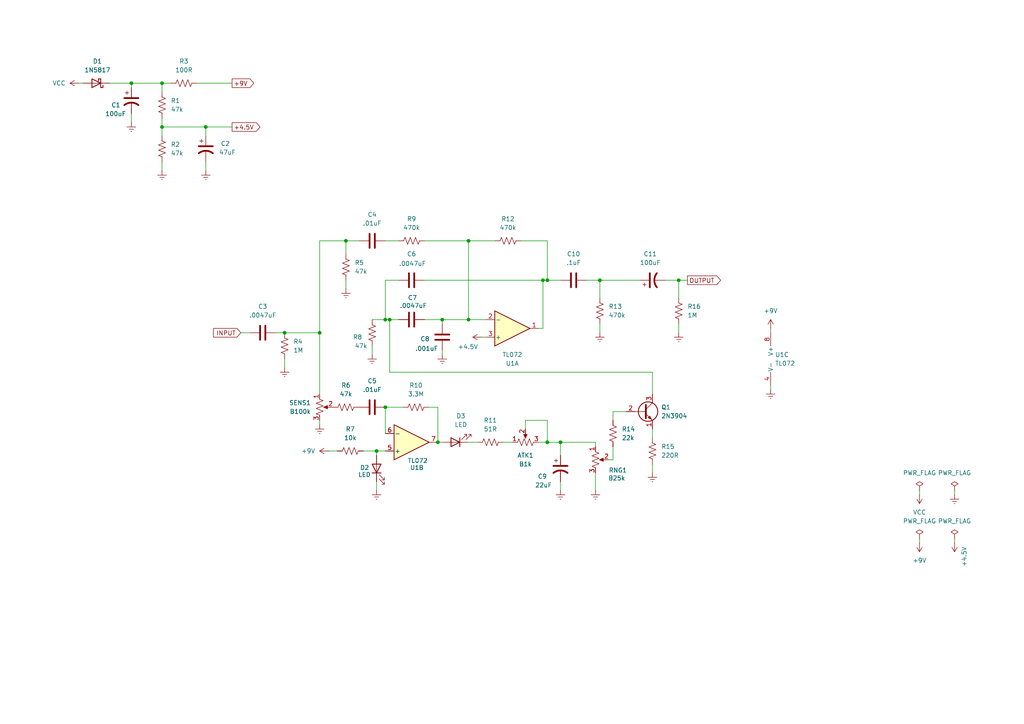
<source format=kicad_sch>
(kicad_sch (version 20250114) (generator "eeschema") (generator_version "9.0")
  (paper "A4")
  (title_block (title "Nurse Quacky") (date "2025-08-22") (rev "v01") (comment 3 "Original Design: https://home-wrecker.com/nurse-quacky.html") (comment 4 "Author: Noah Iniguez, https://github.com/noahssarcastic"))
  (lib_symbols
    (symbol "Amplifier_Operational:TL072" (pin_names (offset 0.127))
      (property "Reference" "U" (at 0 5.08 0))
      (property "Value" "TL072" (at 0 -5.08 0))
      (symbol "TL072_1_1"
        (polyline (pts (xy -5.08 5.08) (xy 5.08 0) (xy -5.08 -5.08) (xy -5.08 5.08)) (stroke (width 0.254)) (fill (type background)))
        (pin input line (at -7.62 2.54 0) (length 2.54) (name "+") (number "3"))
        (pin input line (at -7.62 -2.54 0) (length 2.54) (name "-") (number "2"))
        (pin output line (at 7.62 0 180) (length 2.54) (name "~") (number "1"))
      )
      (symbol "TL072_2_1"
        (polyline (pts (xy -5.08 5.08) (xy 5.08 0) (xy -5.08 -5.08) (xy -5.08 5.08)) (stroke (width 0.254)) (fill (type background)))
        (pin input line (at -7.62 2.54 0) (length 2.54) (name "+") (number "5"))
        (pin input line (at -7.62 -2.54 0) (length 2.54) (name "-") (number "6"))
        (pin output line (at 7.62 0 180) (length 2.54) (name "~") (number "7"))
      )
      (symbol "TL072_3_1"
        (pin power_in line (at -2.54 7.62 270) (length 3.81) (name "V+") (number "8"))
        (pin power_in line (at -2.54 -7.62 90) (length 3.81) (name "V-") (number "4"))
      )
    )
    (symbol "Device:C" (pin_numbers (hide yes)) (pin_names (offset 0.254))
      (property "Reference" "C" (at 0.635 2.54 0))
      (property "Value" "C" (at 0.635 -2.54 0))
      (symbol "C_0_1"
        (polyline (pts (xy -2.032 0.762) (xy 2.032 0.762)) (stroke (width 0.508)))
        (polyline (pts (xy -2.032 -0.762) (xy 2.032 -0.762)) (stroke (width 0.508)))
      )
      (symbol "C_1_1"
        (pin passive line (at 0 3.81 270) (length 2.794) (name "~") (number "1"))
        (pin passive line (at 0 -3.81 90) (length 2.794) (name "~") (number "2"))
      )
    )
    (symbol "Device:C_Polarized_US" (pin_numbers (hide yes)) (pin_names (offset 0.254) (hide yes))
      (property "Reference" "C" (at 0.635 2.54 0))
      (property "Value" "C_Polarized_US" (at 0.635 -2.54 0))
      (symbol "C_Polarized_US_0_1"
        (polyline (pts (xy -2.032 0.762) (xy 2.032 0.762)) (stroke (width 0.508)))
        (polyline (pts (xy -1.778 2.286) (xy -0.762 2.286)))
        (polyline (pts (xy -1.27 1.778) (xy -1.27 2.794)))
        (arc (start -2.032 -1.27) (mid 0 -0.5572) (end 2.032 -1.27) (stroke (width 0.508)))
      )
      (symbol "C_Polarized_US_1_1"
        (pin passive line (at 0 3.81 270) (length 2.794) (name "~") (number "1"))
        (pin passive line (at 0 -3.81 90) (length 3.302) (name "~") (number "2"))
      )
    )
    (symbol "Device:D_Schottky" (pin_numbers (hide yes)) (pin_names (offset 1.016) (hide yes))
      (property "Reference" "D" (at 0 2.54 0))
      (property "Value" "D_Schottky" (at 0 -2.54 0))
      (symbol "D_Schottky_0_1"
        (polyline (pts (xy -1.905 0.635) (xy -1.905 1.27) (xy -1.27 1.27) (xy -1.27 -1.27) (xy -0.635 -1.27) (xy -0.635 -0.635)) (stroke (width 0.254)))
        (polyline (pts (xy 1.27 1.27) (xy 1.27 -1.27) (xy -1.27 0) (xy 1.27 1.27)) (stroke (width 0.254)))
        (polyline (pts (xy 1.27 0) (xy -1.27 0)))
      )
      (symbol "D_Schottky_1_1"
        (pin passive line (at -3.81 0 0) (length 2.54) (name "K") (number "1"))
        (pin passive line (at 3.81 0 180) (length 2.54) (name "A") (number "2"))
      )
    )
    (symbol "Device:LED" (pin_numbers (hide yes)) (pin_names (offset 1.016) (hide yes))
      (property "Reference" "D" (at 0 2.54 0))
      (property "Value" "LED" (at 0 -2.54 0))
      (symbol "LED_0_1"
        (polyline (pts (xy -3.048 -0.762) (xy -4.572 -2.286) (xy -3.81 -2.286) (xy -4.572 -2.286) (xy -4.572 -1.524)))
        (polyline (pts (xy -1.778 -0.762) (xy -3.302 -2.286) (xy -2.54 -2.286) (xy -3.302 -2.286) (xy -3.302 -1.524)))
        (polyline (pts (xy -1.27 0) (xy 1.27 0)))
        (polyline (pts (xy -1.27 -1.27) (xy -1.27 1.27)) (stroke (width 0.254)))
        (polyline (pts (xy 1.27 -1.27) (xy 1.27 1.27) (xy -1.27 0) (xy 1.27 -1.27)) (stroke (width 0.254)))
      )
      (symbol "LED_1_1"
        (pin passive line (at -3.81 0 0) (length 2.54) (name "K") (number "1"))
        (pin passive line (at 3.81 0 180) (length 2.54) (name "A") (number "2"))
      )
    )
    (symbol "Device:R_Potentiometer_US" (pin_names (offset 1.016) (hide yes))
      (property "Reference" "RV" (at -4.445 0 90))
      (property "Value" "R_Potentiometer_US" (at -2.54 0 90))
      (symbol "R_Potentiometer_US_0_1"
        (polyline (pts (xy 0 2.54) (xy 0 2.286)))
        (polyline (pts (xy 0 2.286) (xy 1.016 1.905) (xy 0 1.524) (xy -1.016 1.143) (xy 0 0.762)))
        (polyline (pts (xy 0 0.762) (xy 1.016 0.381) (xy 0 0) (xy -1.016 -0.381) (xy 0 -0.762)))
        (polyline (pts (xy 0 -0.762) (xy 1.016 -1.143) (xy 0 -1.524) (xy -1.016 -1.905) (xy 0 -2.286)))
        (polyline (pts (xy 0 -2.286) (xy 0 -2.54)))
        (polyline (pts (xy 1.143 0) (xy 2.286 0.508) (xy 2.286 -0.508) (xy 1.143 0)) (fill (type outline)))
        (polyline (pts (xy 2.54 0) (xy 1.524 0)))
      )
      (symbol "R_Potentiometer_US_1_1"
        (pin passive line (at 0 3.81 270) (length 1.27) (name "1") (number "1"))
        (pin passive line (at 0 -3.81 90) (length 1.27) (name "3") (number "3"))
        (pin passive line (at 3.81 0 180) (length 1.27) (name "2") (number "2"))
      )
    )
    (symbol "Device:R_US" (pin_numbers (hide yes)) (pin_names (offset 0))
      (property "Reference" "R" (at 2.54 0 90))
      (property "Value" "R_US" (at -2.54 0 90))
      (symbol "R_US_0_1"
        (polyline (pts (xy 0 2.286) (xy 0 2.54)))
        (polyline (pts (xy 0 2.286) (xy 1.016 1.905) (xy 0 1.524) (xy -1.016 1.143) (xy 0 0.762)))
        (polyline (pts (xy 0 0.762) (xy 1.016 0.381) (xy 0 0) (xy -1.016 -0.381) (xy 0 -0.762)))
        (polyline (pts (xy 0 -0.762) (xy 1.016 -1.143) (xy 0 -1.524) (xy -1.016 -1.905) (xy 0 -2.286)))
        (polyline (pts (xy 0 -2.286) (xy 0 -2.54)))
      )
      (symbol "R_US_1_1"
        (pin passive line (at 0 3.81 270) (length 1.27) (name "~") (number "1"))
        (pin passive line (at 0 -3.81 90) (length 1.27) (name "~") (number "2"))
      )
    )
    (symbol "Transistor_BJT:2N3904" (pin_names (offset 0) (hide yes))
      (property "Reference" "Q" (at 5.08 1.905 0))
      (property "Value" "2N3904" (at 5.08 0 0))
      (symbol "2N3904_0_1"
        (polyline (pts (xy -2.54 0) (xy 0.635 0)))
        (polyline (pts (xy 0.635 1.905) (xy 0.635 -1.905)) (stroke (width 0.508)))
        (circle (center 1.27 0) (radius 2.8194) (stroke (width 0.254)))
      )
      (symbol "2N3904_1_1"
        (polyline (pts (xy 0.635 0.635) (xy 2.54 2.54)))
        (polyline (pts (xy 0.635 -0.635) (xy 2.54 -2.54)))
        (polyline (pts (xy 1.27 -1.778) (xy 1.778 -1.27) (xy 2.286 -2.286) (xy 1.27 -1.778)) (fill (type outline)))
        (pin input line (at -5.08 0 0) (length 2.54) (name "B") (number "2"))
        (pin passive line (at 2.54 5.08 270) (length 2.54) (name "C") (number "3"))
        (pin passive line (at 2.54 -5.08 90) (length 2.54) (name "E") (number "1"))
      )
    )
    (symbol "dk_Sockets-for-ICs-Transistors:A_08-LC-TT" (pin_names (offset 1.016))
      (property "Reference" "J" (at -3.81 6.35 0))
      (property "Value" "A_08-LC-TT" (at 0 -6.35 0))
      (symbol "A_08-LC-TT_1_1"
        (rectangle (start -3.81 5.08) (end 3.81 -5.08) (fill (type background)))
        (rectangle (start -3.81 4.445) (end -1.905 3.175) (fill (type outline)))
        (rectangle (start -3.81 1.905) (end -1.905 0.635) (fill (type outline)))
        (rectangle (start -3.81 -0.635) (end -1.905 -1.905) (fill (type outline)))
        (rectangle (start -3.81 -3.175) (end -1.905 -4.445) (fill (type outline)))
        (rectangle (start -0.635 3.81) (end 0.635 -3.81))
        (rectangle (start 1.905 4.445) (end 3.81 3.175) (fill (type outline)))
        (rectangle (start 1.905 1.905) (end 3.81 0.635) (fill (type outline)))
        (rectangle (start 1.905 -0.635) (end 3.81 -1.905) (fill (type outline)))
        (rectangle (start 1.905 -3.175) (end 3.81 -4.445) (fill (type outline)))
        (pin passive line (at -6.35 3.81 0) (length 2.54) (name "~") (number "1"))
        (pin passive line (at -6.35 1.27 0) (length 2.54) (name "~") (number "2"))
        (pin passive line (at -6.35 -1.27 0) (length 2.54) (name "~") (number "3"))
        (pin passive line (at -6.35 -3.81 0) (length 2.54) (name "~") (number "4"))
        (pin passive line (at 6.35 3.81 180) (length 2.54) (name "~") (number "8"))
        (pin passive line (at 6.35 1.27 180) (length 2.54) (name "~") (number "7"))
        (pin passive line (at 6.35 -1.27 180) (length 2.54) (name "~") (number "6"))
        (pin passive line (at 6.35 -3.81 180) (length 2.54) (name "~") (number "5"))
      )
    )
    (symbol "power:+4V" (power) (pin_numbers (hide yes)) (pin_names (offset 0) (hide yes))
      (property "Value" "+4V" (at 0 3.556 0))
      (symbol "+4V_0_1"
        (polyline (pts (xy -0.762 1.27) (xy 0 2.54)))
        (polyline (pts (xy 0 2.54) (xy 0.762 1.27)))
        (polyline (pts (xy 0 0) (xy 0 2.54)))
      )
      (symbol "+4V_1_1"
        (pin power_in line (at 0 0 90) (length 0) (name "~") (number "1"))
      )
    )
    (symbol "power:+9V" (power) (pin_numbers (hide yes)) (pin_names (offset 0) (hide yes))
      (property "Value" "+9V" (at 0 3.556 0))
      (symbol "+9V_0_1"
        (polyline (pts (xy -0.762 1.27) (xy 0 2.54)))
        (polyline (pts (xy 0 2.54) (xy 0.762 1.27)))
        (polyline (pts (xy 0 0) (xy 0 2.54)))
      )
      (symbol "+9V_1_1"
        (pin power_in line (at 0 0 90) (length 0) (name "~") (number "1"))
      )
    )
    (symbol "power:Earth" (power) (pin_numbers (hide yes)) (pin_names (offset 0) (hide yes))
      (property "Value" "Earth" (at 0 -3.81 0))
      (symbol "Earth_0_1"
        (polyline (pts (xy -0.635 -1.905) (xy 0.635 -1.905)))
        (polyline (pts (xy -0.127 -2.54) (xy 0.127 -2.54)))
        (polyline (pts (xy 0 -1.27) (xy 0 0)))
        (polyline (pts (xy 1.27 -1.27) (xy -1.27 -1.27)))
      )
      (symbol "Earth_1_1"
        (pin power_in line (at 0 0 270) (length 0) (name "~") (number "1"))
      )
    )
    (symbol "power:PWR_FLAG" (power) (pin_numbers (hide yes)) (pin_names (offset 0) (hide yes))
      (property "Value" "PWR_FLAG" (at 0 3.81 0))
      (symbol "PWR_FLAG_0_0"
        (pin power_out line (at 0 0 90) (length 0) (name "~") (number "1"))
      )
      (symbol "PWR_FLAG_0_1"
        (polyline (pts (xy 0 0) (xy 0 1.27) (xy -1.016 1.905) (xy 0 2.54) (xy 1.016 1.905) (xy 0 1.27)))
      )
    )
    (symbol "power:VCC" (power) (pin_numbers (hide yes)) (pin_names (offset 0) (hide yes))
      (property "Value" "VCC" (at 0 3.556 0))
      (symbol "VCC_0_1"
        (polyline (pts (xy -0.762 1.27) (xy 0 2.54)))
        (polyline (pts (xy 0 2.54) (xy 0.762 1.27)))
        (polyline (pts (xy 0 0) (xy 0 2.54)))
      )
      (symbol "VCC_1_1"
        (pin power_in line (at 0 0 90) (length 0) (name "~") (number "1"))
      )
    )
  )
  (junction (at 157.48 81.28))
  (junction (at 111.76 118.11))
  (junction (at 59.69 36.83))
  (junction (at 135.89 92.71))
  (junction (at 128.27 92.71))
  (junction (at 82.55 96.52))
  (junction (at 46.99 24.13))
  (junction (at 109.22 130.81))
  (junction (at 158.75 128.27))
  (junction (at 135.89 69.85))
  (junction (at 127 128.27))
  (junction (at 162.56 128.27))
  (junction (at 92.71 96.52))
  (junction (at 111.76 92.71))
  (junction (at 173.99 81.28))
  (junction (at 100.33 69.85))
  (junction (at 158.75 81.28))
  (junction (at 113.03 92.71))
  (junction (at 38.1 24.13))
  (junction (at 46.99 36.83))
  (junction (at 196.85 81.28))
  (no_connect (at 304.8 228.6))
  (no_connect (at 317.5 236.22))
  (no_connect (at 304.8 233.68))
  (no_connect (at 317.5 233.68))
  (no_connect (at 317.5 228.6))
  (no_connect (at 304.8 231.14))
  (no_connect (at 317.5 231.14))
  (no_connect (at 304.8 236.22))
  (wire (pts (xy 123.19 81.28) (xy 157.48 81.28)))
  (wire (pts (xy 116.84 118.11) (xy 111.76 118.11)))
  (wire (pts (xy 156.21 128.27) (xy 158.75 128.27)))
  (wire (pts (xy 173.99 93.98) (xy 173.99 96.52)))
  (wire (pts (xy 127 118.11) (xy 124.46 118.11)))
  (wire (pts (xy 151.13 69.85) (xy 158.75 69.85)))
  (wire (pts (xy 95.25 130.81) (xy 97.79 130.81)))
  (wire (pts (xy 162.56 139.7) (xy 162.56 142.24)))
  (wire (pts (xy 31.75 24.13) (xy 38.1 24.13)))
  (wire (pts (xy 177.8 133.35) (xy 177.8 129.54)))
  (wire (pts (xy 193.04 81.28) (xy 196.85 81.28)))
  (wire (pts (xy 146.05 128.27) (xy 148.59 128.27)))
  (wire (pts (xy 38.1 33.02) (xy 38.1 35.56)))
  (wire (pts (xy 109.22 139.7) (xy 109.22 142.24)))
  (wire (pts (xy 100.33 69.85) (xy 104.14 69.85)))
  (wire (pts (xy 100.33 69.85) (xy 100.33 73.66)))
  (wire (pts (xy 189.23 124.46) (xy 189.23 127)))
  (wire (pts (xy 111.76 69.85) (xy 115.57 69.85)))
  (wire (pts (xy 123.19 69.85) (xy 135.89 69.85)))
  (wire (pts (xy 82.55 96.52) (xy 92.71 96.52)))
  (wire (pts (xy 107.95 100.33) (xy 107.95 102.87)))
  (wire (pts (xy 156.21 95.25) (xy 157.48 95.25)))
  (wire (pts (xy 113.03 92.71) (xy 113.03 107.95)))
  (wire (pts (xy 189.23 134.62) (xy 189.23 137.16)))
  (wire (pts (xy 92.71 96.52) (xy 92.71 69.85)))
  (wire (pts (xy 22.86 24.13) (xy 24.13 24.13)))
  (wire (pts (xy 111.76 92.71) (xy 113.03 92.71)))
  (wire (pts (xy 152.4 121.92) (xy 152.4 124.46)))
  (wire (pts (xy 92.71 96.52) (xy 92.71 114.3)))
  (wire (pts (xy 158.75 81.28) (xy 162.56 81.28)))
  (wire (pts (xy 111.76 81.28) (xy 115.57 81.28)))
  (wire (pts (xy 111.76 92.71) (xy 111.76 81.28)))
  (wire (pts (xy 196.85 86.36) (xy 196.85 81.28)))
  (wire (pts (xy 172.72 128.27) (xy 172.72 129.54)))
  (wire (pts (xy 172.72 137.16) (xy 172.72 142.24)))
  (wire (pts (xy 100.33 83.82) (xy 100.33 81.28)))
  (wire (pts (xy 162.56 128.27) (xy 162.56 132.08)))
  (wire (pts (xy 109.22 130.81) (xy 109.22 132.08)))
  (wire (pts (xy 128.27 101.6) (xy 128.27 102.87)))
  (wire (pts (xy 196.85 93.98) (xy 196.85 96.52)))
  (wire (pts (xy 276.86 156.21) (xy 276.86 157.48)))
  (wire (pts (xy 128.27 92.71) (xy 128.27 93.98)))
  (wire (pts (xy 105.41 130.81) (xy 109.22 130.81)))
  (wire (pts (xy 170.18 81.28) (xy 173.99 81.28)))
  (wire (pts (xy 266.7 143.51) (xy 266.7 142.24)))
  (wire (pts (xy 173.99 81.28) (xy 173.99 86.36)))
  (wire (pts (xy 46.99 49.53) (xy 46.99 46.99)))
  (wire (pts (xy 223.52 111.76) (xy 223.52 113.03)))
  (wire (pts (xy 92.71 69.85) (xy 100.33 69.85)))
  (wire (pts (xy 276.86 142.24) (xy 276.86 143.51)))
  (wire (pts (xy 59.69 36.83) (xy 67.31 36.83)))
  (wire (pts (xy 46.99 24.13) (xy 49.53 24.13)))
  (wire (pts (xy 46.99 36.83) (xy 59.69 36.83)))
  (wire (pts (xy 59.69 46.99) (xy 59.69 49.53)))
  (wire (pts (xy 46.99 34.29) (xy 46.99 36.83)))
  (wire (pts (xy 223.52 95.25) (xy 223.52 96.52)))
  (wire (pts (xy 158.75 69.85) (xy 158.75 81.28)))
  (wire (pts (xy 266.7 156.21) (xy 266.7 157.48)))
  (wire (pts (xy 38.1 24.13) (xy 46.99 24.13)))
  (wire (pts (xy 113.03 92.71) (xy 115.57 92.71)))
  (wire (pts (xy 158.75 128.27) (xy 158.75 121.92)))
  (wire (pts (xy 189.23 107.95) (xy 113.03 107.95)))
  (wire (pts (xy 139.7 97.79) (xy 140.97 97.79)))
  (wire (pts (xy 158.75 121.92) (xy 152.4 121.92)))
  (wire (pts (xy 157.48 81.28) (xy 157.48 95.25)))
  (wire (pts (xy 46.99 36.83) (xy 46.99 39.37)))
  (wire (pts (xy 196.85 81.28) (xy 199.39 81.28)))
  (wire (pts (xy 80.01 96.52) (xy 82.55 96.52)))
  (wire (pts (xy 57.15 24.13) (xy 67.31 24.13)))
  (wire (pts (xy 59.69 36.83) (xy 59.69 39.37)))
  (wire (pts (xy 109.22 130.81) (xy 111.76 130.81)))
  (wire (pts (xy 135.89 69.85) (xy 143.51 69.85)))
  (wire (pts (xy 135.89 128.27) (xy 138.43 128.27)))
  (wire (pts (xy 107.95 92.71) (xy 111.76 92.71)))
  (wire (pts (xy 92.71 123.19) (xy 92.71 121.92)))
  (wire (pts (xy 69.85 96.52) (xy 72.39 96.52)))
  (wire (pts (xy 135.89 69.85) (xy 135.89 92.71)))
  (wire (pts (xy 127 128.27) (xy 127 118.11)))
  (wire (pts (xy 177.8 119.38) (xy 181.61 119.38)))
  (wire (pts (xy 157.48 81.28) (xy 158.75 81.28)))
  (wire (pts (xy 189.23 114.3) (xy 189.23 107.95)))
  (wire (pts (xy 123.19 92.71) (xy 128.27 92.71)))
  (wire (pts (xy 82.55 104.14) (xy 82.55 106.68)))
  (wire (pts (xy 46.99 24.13) (xy 46.99 26.67)))
  (wire (pts (xy 135.89 92.71) (xy 140.97 92.71)))
  (wire (pts (xy 173.99 81.28) (xy 185.42 81.28)))
  (wire (pts (xy 38.1 25.4) (xy 38.1 24.13)))
  (wire (pts (xy 158.75 128.27) (xy 162.56 128.27)))
  (wire (pts (xy 162.56 128.27) (xy 172.72 128.27)))
  (wire (pts (xy 111.76 118.11) (xy 111.76 125.73)))
  (wire (pts (xy 177.8 119.38) (xy 177.8 121.92)))
  (wire (pts (xy 177.8 133.35) (xy 176.53 133.35)))
  (wire (pts (xy 128.27 92.71) (xy 135.89 92.71)))
  (wire (pts (xy 127 128.27) (xy 128.27 128.27)))
  (global_label "INPUT" (shape input) (at 69.85 96.52 180) (property "Intersheetrefs" "${INTERSHEET_REFS}" (effects (hide yes))))
  (global_label "+4.5V" (shape output) (at 67.31 36.83 0) (property "Intersheetrefs" "${INTERSHEET_REFS}" (effects (hide yes))))
  (global_label "+9V" (shape output) (at 67.31 24.13 0) (property "Intersheetrefs" "${INTERSHEET_REFS}" (effects (hide yes))))
  (global_label "OUTPUT" (shape output) (at 199.39 81.28 0) (property "Intersheetrefs" "${INTERSHEET_REFS}" (effects (hide yes))))
  (symbol (lib_id "power:+4V") (at 139.7 97.79 90) (unit 1)
    (property "Reference" "#PWR012" (effects (hide yes)))
    (property "Value" "+4.5V" (at 138.684 100.584 90) (effects (justify left)))
    (property "Description" "Power symbol creates a global label with name \"+4V\"" (effects (hide yes)))
  )
  (symbol (lib_id "power:+9V") (at 223.52 95.25 0) (unit 1)
    (property "Reference" "#PWR018" (effects (hide yes)))
    (property "Value" "+9V" (at 223.52 90.17 0))
    (property "Description" "Power symbol creates a global label with name \"+9V\"" (effects (hide yes)))
  )
  (symbol (lib_id "Device:C_Polarized_US") (at 59.69 43.18 0) (unit 1)
    (property "Reference" "C2" (at 64.008 41.656 0) (effects (justify left)))
    (property "Value" "47uF" (at 63.5 44.196 0) (effects (justify left)))
    (property "Footprint" "Capacitor_THT:CP_Radial_D5.0mm_P2.00mm" (effects (hide yes)))
    (property "Description" "Polarized capacitor, US symbol" (effects (hide yes)))
    (property "Sourcing" "https://www.taydaelectronics.com/47uf-25v-105c-aluminum-radial-electrolytic-capacitor-fm.html" (effects (hide yes)))
  )
  (symbol (lib_id "power:Earth") (at 162.56 142.24 0) (unit 1)
    (property "Reference" "#PWR013" (effects (hide yes)))
    (property "Value" "Earth" (effects (hide yes)))
    (property "Description" "Power symbol creates a global label with name \"Earth\"" (effects (hide yes)))
  )
  (symbol (lib_id "power:Earth") (at 196.85 96.52 0) (unit 1)
    (property "Reference" "#PWR017" (effects (hide yes)))
    (property "Value" "Earth" (effects (hide yes)))
    (property "Description" "Power symbol creates a global label with name \"Earth\"" (effects (hide yes)))
  )
  (symbol (lib_id "Device:R_US") (at 119.38 69.85 90) (unit 1)
    (property "Reference" "R9" (at 119.38 63.5 90))
    (property "Value" "470k" (at 119.38 66.04 90))
    (property "Footprint" "Resistor_THT:R_Axial_DIN0207_L6.3mm_D2.5mm_P7.62mm_Horizontal" (effects (hide yes)))
    (property "Description" "Resistor, US symbol" (effects (hide yes)))
    (property "Sourcing" "https://www.taydaelectronics.com/resistors/1-4w-metal-film-resistors/test-group-2.html" (effects (hide yes)))
  )
  (symbol (lib_id "Device:C_Polarized_US") (at 38.1 29.21 0) (unit 1)
    (property "Reference" "C1" (at 32.258 30.48 0) (effects (justify left)))
    (property "Value" "100uF" (at 30.48 33.02 0) (effects (justify left)))
    (property "Footprint" "Capacitor_THT:CP_Radial_D5.0mm_P2.00mm" (effects (hide yes)))
    (property "Description" "Polarized capacitor, US symbol" (effects (hide yes)))
    (property "Sourcing" "https://www.taydaelectronics.com/100uf-16v-105c-aluminum-radial-electrolytic-capacitor-nhg.html" (effects (hide yes)))
  )
  (symbol (lib_id "Device:C") (at 119.38 92.71 90) (unit 1)
    (property "Reference" "C7" (at 119.634 86.36 90))
    (property "Value" ".0047uF" (at 119.888 88.646 90))
    (property "Footprint" "Capacitor_THT:C_Rect_L7.2mm_W2.5mm_P5.00mm_FKS2_FKP2_MKS2_MKP2" (effects (hide yes)))
    (property "Description" "Unpolarized capacitor" (effects (hide yes)))
    (property "Sourcing" "https://www.taydaelectronics.com/wima-fks2-4-7-nf-0-0047uf-100v-5-polyester-film-box-type-capacitor.html" (effects (hide yes)))
  )
  (symbol (lib_id "power:Earth") (at 223.52 113.03 0) (unit 1)
    (property "Reference" "#PWR019" (effects (hide yes)))
    (property "Value" "Earth" (effects (hide yes)))
    (property "Description" "Power symbol creates a global label with name \"Earth\"" (effects (hide yes)))
  )
  (symbol (lib_id "power:+9V") (at 266.7 157.48 180) (unit 1)
    (property "Reference" "#PWR021" (effects (hide yes)))
    (property "Value" "+9V" (at 266.7 162.56 0))
    (property "Description" "Power symbol creates a global label with name \"+9V\"" (effects (hide yes)))
  )
  (symbol (lib_id "Device:R_Potentiometer_US") (at 92.71 118.11 0) (unit 1)
    (property "Reference" "SENS1" (at 90.17 116.8399 0) (effects (justify right)))
    (property "Value" "B100k" (at 90.17 119.3799 0) (effects (justify right)))
    (property "Footprint" "PedalBuilding:Alpha_16mm_RightAngle" (effects (hide yes)))
    (property "Description" "Potentiometer, US symbol" (effects (hide yes)))
    (property "Sim.Device" "R" (effects (hide yes)))
    (property "Sim.Type" "POT" (effects (hide yes)))
    (property "Sim.Pins" "1=r0 2=wiper 3=r1" (effects (hide yes)))
    (property "Sim.Params" "r=100k" (effects (hide yes)))
    (property "Sourcing" "https://www.taydaelectronics.com/b100k-ohm-linear-taper-potentiometer-round-shaft-pc-mount-5408.html" (effects (hide yes)))
  )
  (symbol (lib_id "Device:LED") (at 109.22 135.89 90) (unit 1)
    (property "Reference" "D2" (at 104.394 135.636 90) (effects (justify right)))
    (property "Value" "LED" (at 103.886 137.668 90) (effects (justify right)))
    (property "Footprint" "digikey-footprints:LED_3mm_Radial" (effects (hide yes)))
    (property "Description" "Light emitting diode" (effects (hide yes)))
    (property "Sim.Pins" "1=K 2=A" (effects (hide yes)))
    (property "Sourcing" "https://www.taydaelectronics.com/led-3mm-red.html" (effects (hide yes)))
  )
  (symbol (lib_id "power:Earth") (at 100.33 83.82 0) (unit 1)
    (property "Reference" "#PWR08" (effects (hide yes)))
    (property "Value" "Earth" (effects (hide yes)))
    (property "Description" "Power symbol creates a global label with name \"Earth\"" (effects (hide yes)))
  )
  (symbol (lib_id "Device:R_US") (at 46.99 30.48 0) (unit 1)
    (property "Reference" "R1" (at 49.53 29.2099 0) (effects (justify left)))
    (property "Value" "47k" (at 49.53 31.7499 0) (effects (justify left)))
    (property "Footprint" "Resistor_THT:R_Axial_DIN0207_L6.3mm_D2.5mm_P7.62mm_Horizontal" (effects (hide yes)))
    (property "Description" "Resistor, US symbol" (effects (hide yes)))
    (property "Sourcing" "https://www.taydaelectronics.com/resistors/1-4w-metal-film-resistors/test-group-2.html" (effects (hide yes)))
  )
  (symbol (lib_id "Device:C") (at 166.37 81.28 270) (unit 1)
    (property "Reference" "C10" (at 166.37 73.66 90))
    (property "Value" ".1uF" (at 166.37 76.2 90))
    (property "Footprint" "Capacitor_THT:C_Rect_L7.2mm_W2.5mm_P5.00mm_FKS2_FKP2_MKS2_MKP2" (effects (hide yes)))
    (property "Description" "Unpolarized capacitor" (effects (hide yes)))
    (property "Sourcing" "https://www.taydaelectronics.com/wima-mks2-0-1uf-63v-10-polyester-film-box-type-capacitor.html" (effects (hide yes)))
  )
  (symbol (lib_id "Device:R_US") (at 46.99 43.18 0) (unit 1)
    (property "Reference" "R2" (at 49.53 41.9099 0) (effects (justify left)))
    (property "Value" "47k" (at 49.53 44.4499 0) (effects (justify left)))
    (property "Footprint" "Resistor_THT:R_Axial_DIN0207_L6.3mm_D2.5mm_P7.62mm_Horizontal" (effects (hide yes)))
    (property "Description" "Resistor, US symbol" (effects (hide yes)))
    (property "Sourcing" "https://www.taydaelectronics.com/resistors/1-4w-metal-film-resistors/test-group-2.html" (effects (hide yes)))
  )
  (symbol (lib_id "Device:R_US") (at 101.6 130.81 90) (unit 1)
    (property "Reference" "R7" (at 101.6 124.46 90))
    (property "Value" "10k" (at 101.6 127 90))
    (property "Footprint" "Resistor_THT:R_Axial_DIN0207_L6.3mm_D2.5mm_P7.62mm_Horizontal" (effects (hide yes)))
    (property "Description" "Resistor, US symbol" (effects (hide yes)))
    (property "Sourcing" "https://www.taydaelectronics.com/resistors/1-4w-metal-film-resistors/test-group-2.html" (effects (hide yes)))
  )
  (symbol (lib_id "Amplifier_Operational:TL072") (at 119.38 128.27 0) (mirror x) (unit 2)
    (property "Reference" "U1" (at 120.904 135.636 0))
    (property "Value" "TL072" (at 121.158 133.604 0))
    (property "Footprint" "digikey-footprints:DIP-8_W7.62mm" (effects (hide yes)))
    (property "Datasheet" "http://www.ti.com/lit/ds/symlink/tl071.pdf" (effects (hide yes)))
    (property "Description" "Dual Low-Noise JFET-Input Operational Amplifiers, DIP-8/SOIC-8" (effects (hide yes)))
    (property "Sourcing" "https://www.taydaelectronics.com/tl072-low-noise-j-fet-dual-op-amp-ic.html" (effects (hide yes)))
  )
  (symbol (lib_id "power:+4V") (at 276.86 157.48 180) (unit 1)
    (property "Reference" "#PWR023" (effects (hide yes)))
    (property "Value" "+4.5V" (at 279.654 158.496 90) (effects (justify left)))
    (property "Description" "Power symbol creates a global label with name \"+4V\"" (effects (hide yes)))
  )
  (symbol (lib_id "Device:R_US") (at 189.23 130.81 180) (unit 1)
    (property "Reference" "R15" (at 191.77 129.5399 0) (effects (justify right)))
    (property "Value" "220R" (at 191.77 132.0799 0) (effects (justify right)))
    (property "Footprint" "Resistor_THT:R_Axial_DIN0207_L6.3mm_D2.5mm_P7.62mm_Horizontal" (effects (hide yes)))
    (property "Description" "Resistor, US symbol" (effects (hide yes)))
    (property "Sourcing" "https://www.taydaelectronics.com/resistors/1-4w-metal-film-resistors/test-group-2.html" (effects (hide yes)))
  )
  (symbol (lib_id "power:VCC") (at 22.86 24.13 90) (unit 1)
    (property "Reference" "#PWR01" (effects (hide yes)))
    (property "Value" "VCC" (at 19.05 24.1299 90) (effects (justify left)))
    (property "Description" "Power symbol creates a global label with name \"VCC\"" (effects (hide yes)))
  )
  (symbol (lib_id "Device:C") (at 107.95 118.11 90) (unit 1)
    (property "Reference" "C5" (at 107.95 110.49 90))
    (property "Value" ".01uF" (at 107.95 113.03 90))
    (property "Footprint" "Capacitor_THT:C_Rect_L7.2mm_W2.5mm_P5.00mm_FKS2_FKP2_MKS2_MKP2" (effects (hide yes)))
    (property "Description" "Unpolarized capacitor" (effects (hide yes)))
    (property "Sourcing" "https://www.taydaelectronics.com/wima-10nf-0-01uf-100v-5-polyester-film-box-type-capacitor.html" (effects (hide yes)))
  )
  (symbol (lib_id "Device:R_US") (at 107.95 96.52 180) (unit 1)
    (property "Reference" "R8" (at 102.362 97.79 0) (effects (justify right)))
    (property "Value" "47k" (at 102.87 100.33 0) (effects (justify right)))
    (property "Footprint" "Resistor_THT:R_Axial_DIN0207_L6.3mm_D2.5mm_P7.62mm_Horizontal" (effects (hide yes)))
    (property "Description" "Resistor, US symbol" (effects (hide yes)))
    (property "Sourcing" "https://www.taydaelectronics.com/resistors/1-4w-metal-film-resistors/test-group-2.html" (effects (hide yes)))
  )
  (symbol (lib_id "Device:R_Potentiometer_US") (at 172.72 133.35 0) (unit 1)
    (property "Reference" "RNG1" (at 181.864 136.398 0) (effects (justify right)))
    (property "Value" "B25k" (at 181.356 138.684 0) (effects (justify right)))
    (property "Footprint" "PedalBuilding:Alpha_16mm_RightAngle" (effects (hide yes)))
    (property "Description" "Potentiometer, US symbol" (effects (hide yes)))
    (property "Sim.Device" "R" (effects (hide yes)))
    (property "Sim.Type" "POT" (effects (hide yes)))
    (property "Sim.Pins" "1=r0 2=wiper 3=r1" (effects (hide yes)))
    (property "Sim.Params" "r=25k" (effects (hide yes)))
    (property "Sourcing" "https://www.taydaelectronics.com/p1-b25k-ohm-linear-taper-potentiometer-round-shaft-pc-mount-l.html" (effects (hide yes)))
  )
  (symbol (lib_id "Device:C") (at 76.2 96.52 90) (unit 1)
    (property "Reference" "C3" (at 76.2 88.9 90))
    (property "Value" ".0047uF" (at 76.2 91.44 90))
    (property "Footprint" "Capacitor_THT:C_Rect_L7.2mm_W2.5mm_P5.00mm_FKS2_FKP2_MKS2_MKP2" (effects (hide yes)))
    (property "Description" "Unpolarized capacitor" (effects (hide yes)))
    (property "Sourcing" "https://www.taydaelectronics.com/wima-fks2-4-7-nf-0-0047uf-100v-5-polyester-film-box-type-capacitor.html" (effects (hide yes)))
  )
  (symbol (lib_id "power:Earth") (at 276.86 143.51 0) (unit 1)
    (property "Reference" "#PWR022" (effects (hide yes)))
    (property "Value" "Earth" (effects (hide yes)))
    (property "Description" "Power symbol creates a global label with name \"Earth\"" (effects (hide yes)))
  )
  (symbol (lib_id "Device:D_Schottky") (at 27.94 24.13 180) (unit 1)
    (property "Reference" "D1" (at 28.2575 17.78 0))
    (property "Value" "1N5817" (at 28.2575 20.32 0))
    (property "Footprint" "Diode_THT:D_DO-41_SOD81_P7.62mm_Horizontal" (effects (hide yes)))
    (property "Description" "Schottky diode" (effects (hide yes)))
    (property "Sourcing" "https://www.taydaelectronics.com/1n5817-diode-schottky-1a-20v.html" (effects (hide yes)))
  )
  (symbol (lib_id "Device:C") (at 119.38 81.28 90) (unit 1)
    (property "Reference" "C6" (at 119.38 73.66 90))
    (property "Value" ".0047uF" (at 119.634 76.454 90))
    (property "Footprint" "Capacitor_THT:C_Rect_L7.2mm_W2.5mm_P5.00mm_FKS2_FKP2_MKS2_MKP2" (effects (hide yes)))
    (property "Description" "Unpolarized capacitor" (effects (hide yes)))
    (property "Sourcing" "https://www.taydaelectronics.com/wima-fks2-4-7-nf-0-0047uf-100v-5-polyester-film-box-type-capacitor.html" (effects (hide yes)))
  )
  (symbol (lib_id "power:+9V") (at 95.25 130.81 90) (unit 1)
    (property "Reference" "#PWR07" (effects (hide yes)))
    (property "Value" "+9V" (at 91.44 130.8099 90) (effects (justify left)))
    (property "Description" "Power symbol creates a global label with name \"+9V\"" (effects (hide yes)))
  )
  (symbol (lib_id "power:Earth") (at 109.22 142.24 0) (unit 1)
    (property "Reference" "#PWR010" (effects (hide yes)))
    (property "Value" "Earth" (effects (hide yes)))
    (property "Description" "Power symbol creates a global label with name \"Earth\"" (effects (hide yes)))
  )
  (symbol (lib_id "Device:R_US") (at 142.24 128.27 90) (unit 1)
    (property "Reference" "R11" (at 142.24 121.92 90))
    (property "Value" "51R" (at 142.24 124.46 90))
    (property "Footprint" "Resistor_THT:R_Axial_DIN0207_L6.3mm_D2.5mm_P7.62mm_Horizontal" (effects (hide yes)))
    (property "Description" "Resistor, US symbol" (effects (hide yes)))
    (property "Sourcing" "https://www.taydaelectronics.com/resistors/1-4w-metal-film-resistors/test-group-2.html" (effects (hide yes)))
  )
  (symbol (lib_id "power:Earth") (at 46.99 49.53 0) (unit 1)
    (property "Reference" "#PWR03" (effects (hide yes)))
    (property "Value" "Earth" (effects (hide yes)))
    (property "Description" "Power symbol creates a global label with name \"Earth\"" (effects (hide yes)))
  )
  (symbol (lib_id "Device:R_US") (at 177.8 125.73 180) (unit 1)
    (property "Reference" "R14" (at 180.34 124.4599 0) (effects (justify right)))
    (property "Value" "22k" (at 180.34 126.9999 0) (effects (justify right)))
    (property "Footprint" "Resistor_THT:R_Axial_DIN0207_L6.3mm_D2.5mm_P7.62mm_Horizontal" (effects (hide yes)))
    (property "Description" "Resistor, US symbol" (effects (hide yes)))
    (property "Sourcing" "https://www.taydaelectronics.com/resistors/1-4w-metal-film-resistors/test-group-2.html" (effects (hide yes)))
  )
  (symbol (lib_id "power:Earth") (at 107.95 102.87 0) (unit 1)
    (property "Reference" "#PWR09" (effects (hide yes)))
    (property "Value" "Earth" (effects (hide yes)))
    (property "Description" "Power symbol creates a global label with name \"Earth\"" (effects (hide yes)))
  )
  (symbol (lib_id "Device:R_US") (at 100.33 118.11 90) (unit 1)
    (property "Reference" "R6" (at 100.33 111.76 90))
    (property "Value" "47k" (at 100.33 114.3 90))
    (property "Footprint" "Resistor_THT:R_Axial_DIN0207_L6.3mm_D2.5mm_P7.62mm_Horizontal" (effects (hide yes)))
    (property "Description" "Resistor, US symbol" (effects (hide yes)))
    (property "Sourcing" "https://www.taydaelectronics.com/resistors/1-4w-metal-film-resistors/test-group-2.html" (effects (hide yes)))
  )
  (symbol (lib_id "Device:C") (at 107.95 69.85 90) (unit 1)
    (property "Reference" "C4" (at 107.95 62.23 90))
    (property "Value" ".01uF" (at 107.95 64.77 90))
    (property "Footprint" "Capacitor_THT:C_Rect_L7.2mm_W2.5mm_P5.00mm_FKS2_FKP2_MKS2_MKP2" (effects (hide yes)))
    (property "Description" "Unpolarized capacitor" (effects (hide yes)))
    (property "Sourcing" "https://www.taydaelectronics.com/wima-10nf-0-01uf-100v-5-polyester-film-box-type-capacitor.html" (effects (hide yes)))
  )
  (symbol (lib_id "power:Earth") (at 82.55 106.68 0) (unit 1)
    (property "Reference" "#PWR05" (effects (hide yes)))
    (property "Value" "Earth" (effects (hide yes)))
    (property "Description" "Power symbol creates a global label with name \"Earth\"" (effects (hide yes)))
  )
  (symbol (lib_id "Device:LED") (at 132.08 128.27 180) (unit 1)
    (property "Reference" "D3" (at 133.6675 120.65 0))
    (property "Value" "LED" (at 133.6675 123.19 0))
    (property "Footprint" "digikey-footprints:LED_3mm_Radial" (effects (hide yes)))
    (property "Description" "Light emitting diode" (effects (hide yes)))
    (property "Sim.Pins" "1=K 2=A" (effects (hide yes)))
    (property "Sourcing" "https://www.taydaelectronics.com/led-3mm-red.html" (effects (hide yes)))
  )
  (symbol (lib_id "power:VCC") (at 266.7 143.51 180) (unit 1)
    (property "Reference" "#PWR020" (effects (hide yes)))
    (property "Value" "VCC" (at 266.7 148.59 0))
    (property "Description" "Power symbol creates a global label with name \"VCC\"" (effects (hide yes)))
  )
  (symbol (lib_id "dk_Sockets-for-ICs-Transistors:A_08-LC-TT") (at 311.15 232.41 0) (unit 1) (exclude_from_sim yes) (on_board no) (dnp yes)
    (property "Reference" "J1" (at 311.15 222.25 0))
    (property "Value" "A_08-LC-TT" (at 311.15 224.79 0))
    (property "Footprint" "digikey-footprints:SOCKET_DIP-8_7.62mm_Conn" (effects (hide yes)))
    (property "Datasheet" "http://www.assmann-wsw.com/fileadmin/datasheets/ASS_0810_CO.pdf" (effects (hide yes)))
    (property "Description" "CONN IC DIP SOCKET 8POS TIN" (effects (hide yes)))
    (property "Digi-Key_PN" "AE9986-ND" (effects (hide yes)))
    (property "MPN" "A 08-LC-TT" (effects (hide yes)))
    (property "Category" "Connectors, Interconnects" (effects (hide yes)))
    (property "Family" "Sockets for ICs, Transistors" (effects (hide yes)))
    (property "DK_Datasheet_Link" "http://www.assmann-wsw.com/fileadmin/datasheets/ASS_0810_CO.pdf" (effects (hide yes)))
    (property "DK_Detail_Page" "/product-detail/en/assmann-wsw-components/A-08-LC-TT/AE9986-ND/821740" (effects (hide yes)))
    (property "Description_1" "CONN IC DIP SOCKET 8POS TIN" (effects (hide yes)))
    (property "Manufacturer" "Assmann WSW Components" (effects (hide yes)))
    (property "Status" "Active" (effects (hide yes)))
    (property "Sourcing" "https://www.taydaelectronics.com/8-pin-dip-ic-socket-adaptor-solder-type.html" (effects (hide yes)))
  )
  (symbol (lib_id "Device:R_US") (at 173.99 90.17 180) (unit 1)
    (property "Reference" "R13" (at 176.53 88.8999 0) (effects (justify right)))
    (property "Value" "470k" (at 176.53 91.4399 0) (effects (justify right)))
    (property "Footprint" "Resistor_THT:R_Axial_DIN0207_L6.3mm_D2.5mm_P7.62mm_Horizontal" (effects (hide yes)))
    (property "Description" "Resistor, US symbol" (effects (hide yes)))
    (property "Sourcing" "https://www.taydaelectronics.com/resistors/1-4w-metal-film-resistors/test-group-2.html" (effects (hide yes)))
  )
  (symbol (lib_id "Device:C_Polarized_US") (at 189.23 81.28 90) (unit 1)
    (property "Reference" "C11" (at 188.595 73.66 90))
    (property "Value" "100uF" (at 188.595 76.2 90))
    (property "Footprint" "Capacitor_THT:CP_Radial_D5.0mm_P2.00mm" (effects (hide yes)))
    (property "Description" "Polarized capacitor, US symbol" (effects (hide yes)))
    (property "Sourcing" "https://www.taydaelectronics.com/100uf-16v-105c-aluminum-radial-electrolytic-capacitor-nhg.html" (effects (hide yes)))
  )
  (symbol (lib_id "Device:C") (at 128.27 97.79 180) (unit 1)
    (property "Reference" "C8" (at 121.92 98.298 0) (effects (justify right)))
    (property "Value" ".001uF" (at 120.396 101.092 0) (effects (justify right)))
    (property "Footprint" "Capacitor_THT:C_Rect_L7.2mm_W2.5mm_P5.00mm_FKS2_FKP2_MKS2_MKP2" (effects (hide yes)))
    (property "Description" "Unpolarized capacitor" (effects (hide yes)))
    (property "Sourcing" "https://www.taydaelectronics.com/wima-fks2-100nf-0-001uf-100v-5-polyester-film-box-type-capacitor.html" (effects (hide yes)))
  )
  (symbol (lib_id "Transistor_BJT:2N3904") (at 186.69 119.38 0) (unit 1)
    (property "Reference" "Q1" (at 191.77 118.1099 0) (effects (justify left)))
    (property "Value" "2N3904" (at 191.77 120.6499 0) (effects (justify left)))
    (property "Footprint" "Package_TO_SOT_THT:TO-92_Inline" (effects (hide yes)))
    (property "Datasheet" "https://www.onsemi.com/pub/Collateral/2N3903-D.PDF" (effects (hide yes)))
    (property "Description" "0.2A Ic, 40V Vce, Small Signal NPN Transistor, TO-92" (effects (hide yes)))
    (property "Sourcing" "https://www.taydaelectronics.com/2n3904-npn-general-propose-transistor.html" (effects (hide yes)))
  )
  (symbol (lib_id "Device:R_US") (at 120.65 118.11 90) (unit 1)
    (property "Reference" "R10" (at 120.65 111.76 90))
    (property "Value" "3.3M" (at 120.65 114.3 90))
    (property "Footprint" "Resistor_THT:R_Axial_DIN0207_L6.3mm_D2.5mm_P7.62mm_Horizontal" (effects (hide yes)))
    (property "Description" "Resistor, US symbol" (effects (hide yes)))
    (property "Sourcing" "https://www.taydaelectronics.com/resistors/1-4w-metal-film-resistors/test-group-2.html" (effects (hide yes)))
  )
  (symbol (lib_id "power:Earth") (at 172.72 142.24 0) (unit 1)
    (property "Reference" "#PWR014" (effects (hide yes)))
    (property "Value" "Earth" (effects (hide yes)))
    (property "Description" "Power symbol creates a global label with name \"Earth\"" (effects (hide yes)))
  )
  (symbol (lib_id "Device:C_Polarized_US") (at 162.56 135.89 0) (unit 1)
    (property "Reference" "C9" (at 155.956 138.176 0) (effects (justify left)))
    (property "Value" "22uF" (at 155.194 140.716 0) (effects (justify left)))
    (property "Footprint" "Capacitor_THT:CP_Radial_D5.0mm_P2.00mm" (effects (hide yes)))
    (property "Description" "Polarized capacitor, US symbol" (effects (hide yes)))
    (property "Sourcing" "https://www.taydaelectronics.com/22uf-25v-85c-radial-electrolytic-capacitor-5x11mm.html" (effects (hide yes)))
  )
  (symbol (lib_id "Device:R_US") (at 196.85 90.17 180) (unit 1)
    (property "Reference" "R16" (at 199.39 88.8999 0) (effects (justify right)))
    (property "Value" "1M" (at 199.39 91.4399 0) (effects (justify right)))
    (property "Footprint" "Resistor_THT:R_Axial_DIN0207_L6.3mm_D2.5mm_P7.62mm_Horizontal" (effects (hide yes)))
    (property "Description" "Resistor, US symbol" (effects (hide yes)))
    (property "Sourcing" "https://www.taydaelectronics.com/resistors/1-4w-metal-film-resistors/test-group-2.html" (effects (hide yes)))
  )
  (symbol (lib_id "power:Earth") (at 128.27 102.87 0) (unit 1)
    (property "Reference" "#PWR011" (effects (hide yes)))
    (property "Value" "Earth" (effects (hide yes)))
    (property "Description" "Power symbol creates a global label with name \"Earth\"" (effects (hide yes)))
  )
  (symbol (lib_id "power:Earth") (at 173.99 96.52 0) (unit 1)
    (property "Reference" "#PWR015" (effects (hide yes)))
    (property "Value" "Earth" (effects (hide yes)))
    (property "Description" "Power symbol creates a global label with name \"Earth\"" (effects (hide yes)))
  )
  (symbol (lib_id "Device:R_US") (at 82.55 100.33 0) (unit 1)
    (property "Reference" "R4" (at 85.09 99.0599 0) (effects (justify left)))
    (property "Value" "1M" (at 85.09 101.5999 0) (effects (justify left)))
    (property "Footprint" "Resistor_THT:R_Axial_DIN0207_L6.3mm_D2.5mm_P7.62mm_Horizontal" (effects (hide yes)))
    (property "Description" "Resistor, US symbol" (effects (hide yes)))
    (property "Sourcing" "https://www.taydaelectronics.com/resistors/1-4w-metal-film-resistors/test-group-2.html" (effects (hide yes)))
  )
  (symbol (lib_id "power:PWR_FLAG") (at 276.86 142.24 0) (unit 1)
    (property "Reference" "#FLG03" (effects (hide yes)))
    (property "Value" "PWR_FLAG" (at 276.86 137.16 0))
    (property "Description" "Special symbol for telling ERC where power comes from" (effects (hide yes)))
  )
  (symbol (lib_id "Device:R_US") (at 53.34 24.13 270) (unit 1)
    (property "Reference" "R3" (at 53.34 17.78 90))
    (property "Value" "100R" (at 53.34 20.32 90))
    (property "Footprint" "Resistor_THT:R_Axial_DIN0207_L6.3mm_D2.5mm_P7.62mm_Horizontal" (effects (hide yes)))
    (property "Description" "Resistor, US symbol" (effects (hide yes)))
    (property "Sourcing" "https://www.taydaelectronics.com/resistors/1-4w-metal-film-resistors/test-group-2.html" (effects (hide yes)))
  )
  (symbol (lib_id "power:PWR_FLAG") (at 266.7 156.21 0) (unit 1)
    (property "Reference" "#FLG02" (effects (hide yes)))
    (property "Value" "PWR_FLAG" (at 266.7 151.13 0))
    (property "Description" "Special symbol for telling ERC where power comes from" (effects (hide yes)))
  )
  (symbol (lib_id "power:Earth") (at 38.1 35.56 0) (unit 1)
    (property "Reference" "#PWR02" (effects (hide yes)))
    (property "Value" "Earth" (effects (hide yes)))
    (property "Description" "Power symbol creates a global label with name \"Earth\"" (effects (hide yes)))
  )
  (symbol (lib_id "Device:R_US") (at 100.33 77.47 0) (unit 1)
    (property "Reference" "R5" (at 102.87 76.1999 0) (effects (justify left)))
    (property "Value" "47k" (at 102.87 78.7399 0) (effects (justify left)))
    (property "Footprint" "Resistor_THT:R_Axial_DIN0207_L6.3mm_D2.5mm_P7.62mm_Horizontal" (effects (hide yes)))
    (property "Description" "Resistor, US symbol" (effects (hide yes)))
    (property "Sourcing" "https://www.taydaelectronics.com/resistors/1-4w-metal-film-resistors/test-group-2.html" (effects (hide yes)))
  )
  (symbol (lib_id "power:Earth") (at 92.71 123.19 0) (unit 1)
    (property "Reference" "#PWR06" (effects (hide yes)))
    (property "Value" "Earth" (effects (hide yes)))
    (property "Description" "Power symbol creates a global label with name \"Earth\"" (effects (hide yes)))
  )
  (symbol (lib_id "Device:R_US") (at 147.32 69.85 90) (unit 1)
    (property "Reference" "R12" (at 147.32 63.5 90))
    (property "Value" "470k" (at 147.32 66.04 90))
    (property "Footprint" "Resistor_THT:R_Axial_DIN0207_L6.3mm_D2.5mm_P7.62mm_Horizontal" (effects (hide yes)))
    (property "Description" "Resistor, US symbol" (effects (hide yes)))
    (property "Sourcing" "https://www.taydaelectronics.com/resistors/1-4w-metal-film-resistors/test-group-2.html" (effects (hide yes)))
  )
  (symbol (lib_id "Amplifier_Operational:TL072") (at 226.06 104.14 0) (unit 3)
    (property "Reference" "U1" (at 224.79 102.8699 0) (effects (justify left)))
    (property "Value" "TL072" (at 224.79 105.4099 0) (effects (justify left)))
    (property "Footprint" "digikey-footprints:DIP-8_W7.62mm" (effects (hide yes)))
    (property "Datasheet" "http://www.ti.com/lit/ds/symlink/tl071.pdf" (effects (hide yes)))
    (property "Description" "Dual Low-Noise JFET-Input Operational Amplifiers, DIP-8/SOIC-8" (effects (hide yes)))
    (property "Sourcing" "https://www.taydaelectronics.com/tl072-low-noise-j-fet-dual-op-amp-ic.html" (effects (hide yes)))
  )
  (symbol (lib_id "power:Earth") (at 59.69 49.53 0) (unit 1)
    (property "Reference" "#PWR04" (effects (hide yes)))
    (property "Value" "Earth" (effects (hide yes)))
    (property "Description" "Power symbol creates a global label with name \"Earth\"" (effects (hide yes)))
  )
  (symbol (lib_id "Device:R_Potentiometer_US") (at 152.4 128.27 90) (unit 1)
    (property "Reference" "ATK1" (at 152.4 132.08 90))
    (property "Value" "B1k" (at 152.4 134.62 90))
    (property "Footprint" "PedalBuilding:Alpha_16mm_RightAngle" (effects (hide yes)))
    (property "Description" "Potentiometer, US symbol" (effects (hide yes)))
    (property "Sim.Device" "R" (effects (hide yes)))
    (property "Sim.Type" "POT" (effects (hide yes)))
    (property "Sim.Pins" "1=r0 2=wiper 3=r1" (effects (hide yes)))
    (property "Sim.Params" "r=1k" (effects (hide yes)))
    (property "Sourcing" "https://www.taydaelectronics.com/p1-b1k-ohm-linear-taper-potentiometer-round-shaft-pc-mount-l.html" (effects (hide yes)))
  )
  (symbol (lib_id "power:PWR_FLAG") (at 266.7 142.24 0) (unit 1)
    (property "Reference" "#FLG01" (effects (hide yes)))
    (property "Value" "PWR_FLAG" (at 266.7 137.16 0))
    (property "Description" "Special symbol for telling ERC where power comes from" (effects (hide yes)))
  )
  (symbol (lib_id "Amplifier_Operational:TL072") (at 148.59 95.25 0) (mirror x) (unit 1)
    (property "Reference" "U1" (at 148.59 105.41 0))
    (property "Value" "TL072" (at 148.59 102.87 0))
    (property "Footprint" "digikey-footprints:DIP-8_W7.62mm" (effects (hide yes)))
    (property "Datasheet" "http://www.ti.com/lit/ds/symlink/tl071.pdf" (effects (hide yes)))
    (property "Description" "Dual Low-Noise JFET-Input Operational Amplifiers, DIP-8/SOIC-8" (effects (hide yes)))
    (property "Sourcing" "https://www.taydaelectronics.com/tl072-low-noise-j-fet-dual-op-amp-ic.html" (effects (hide yes)))
  )
  (symbol (lib_id "power:Earth") (at 189.23 137.16 0) (unit 1)
    (property "Reference" "#PWR016" (effects (hide yes)))
    (property "Value" "Earth" (effects (hide yes)))
    (property "Description" "Power symbol creates a global label with name \"Earth\"" (effects (hide yes)))
  )
  (symbol (lib_id "power:PWR_FLAG") (at 276.86 156.21 0) (unit 1)
    (property "Reference" "#FLG04" (effects (hide yes)))
    (property "Value" "PWR_FLAG" (at 276.86 151.13 0))
    (property "Description" "Special symbol for telling ERC where power comes from" (effects (hide yes)))
  )
)
</source>
